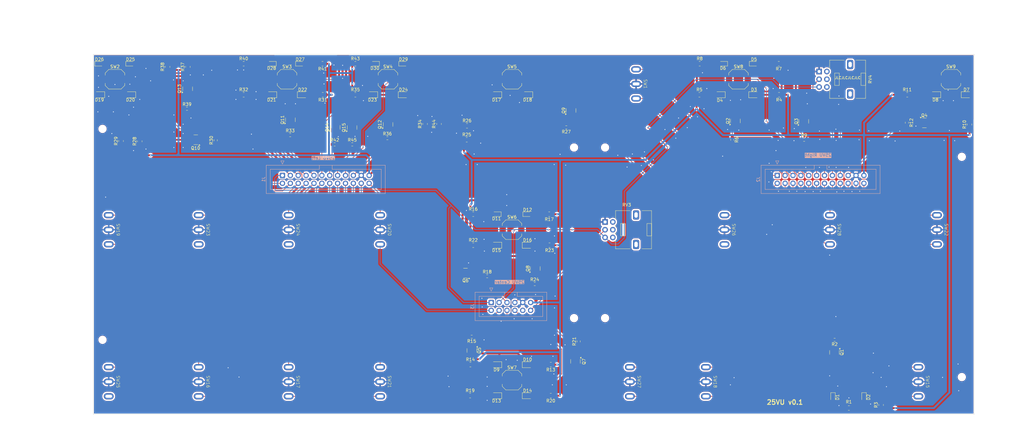
<source format=kicad_pcb>
(kicad_pcb
	(version 20240108)
	(generator "pcbnew")
	(generator_version "8.0")
	(general
		(thickness 1.6)
		(legacy_teardrops no)
	)
	(paper "A3")
	(layers
		(0 "F.Cu" signal)
		(31 "B.Cu" signal)
		(34 "B.Paste" user)
		(35 "F.Paste" user)
		(36 "B.SilkS" user "B.Silkscreen")
		(37 "F.SilkS" user "F.Silkscreen")
		(38 "B.Mask" user)
		(39 "F.Mask" user)
		(44 "Edge.Cuts" user)
		(45 "Margin" user)
		(46 "B.CrtYd" user "B.Courtyard")
		(47 "F.CrtYd" user "F.Courtyard")
		(48 "B.Fab" user)
		(49 "F.Fab" user)
	)
	(setup
		(stackup
			(layer "F.SilkS"
				(type "Top Silk Screen")
				(color "White")
			)
			(layer "F.Paste"
				(type "Top Solder Paste")
			)
			(layer "F.Mask"
				(type "Top Solder Mask")
				(color "Black")
				(thickness 0.01)
			)
			(layer "F.Cu"
				(type "copper")
				(thickness 0.035)
			)
			(layer "dielectric 1"
				(type "core")
				(thickness 1.51)
				(material "FR4")
				(epsilon_r 4.5)
				(loss_tangent 0.02)
			)
			(layer "B.Cu"
				(type "copper")
				(thickness 0.035)
			)
			(layer "B.Mask"
				(type "Bottom Solder Mask")
				(color "Black")
				(thickness 0.01)
			)
			(layer "B.Paste"
				(type "Bottom Solder Paste")
			)
			(layer "B.SilkS"
				(type "Bottom Silk Screen")
				(color "White")
			)
			(copper_finish "None")
			(dielectric_constraints yes)
		)
		(pad_to_mask_clearance 0)
		(allow_soldermask_bridges_in_footprints no)
		(pcbplotparams
			(layerselection 0x00010fc_ffffffff)
			(plot_on_all_layers_selection 0x0000000_00000000)
			(disableapertmacros no)
			(usegerberextensions no)
			(usegerberattributes yes)
			(usegerberadvancedattributes yes)
			(creategerberjobfile yes)
			(dashed_line_dash_ratio 12.000000)
			(dashed_line_gap_ratio 3.000000)
			(svgprecision 4)
			(plotframeref no)
			(viasonmask no)
			(mode 1)
			(useauxorigin no)
			(hpglpennumber 1)
			(hpglpenspeed 20)
			(hpglpendiameter 15.000000)
			(pdf_front_fp_property_popups yes)
			(pdf_back_fp_property_popups yes)
			(dxfpolygonmode yes)
			(dxfimperialunits yes)
			(dxfusepcbnewfont yes)
			(psnegative no)
			(psa4output no)
			(plotreference yes)
			(plotvalue yes)
			(plotfptext yes)
			(plotinvisibletext no)
			(sketchpadsonfab no)
			(subtractmaskfromsilk no)
			(outputformat 1)
			(mirror no)
			(drillshape 0)
			(scaleselection 1)
			(outputdirectory "manufacturing/")
		)
	)
	(net 0 "")
	(net 1 "Net-(D1-A)")
	(net 2 "Net-(D1-K)")
	(net 3 "Net-(D2-A)")
	(net 4 "Net-(D3-A)")
	(net 5 "Net-(D3-K)")
	(net 6 "Net-(D4-A)")
	(net 7 "Net-(D5-A)")
	(net 8 "Net-(D5-K)")
	(net 9 "Net-(D6-A)")
	(net 10 "Net-(D7-K)")
	(net 11 "Net-(D7-A)")
	(net 12 "Net-(D8-A)")
	(net 13 "Net-(D10-K)")
	(net 14 "Net-(D9-A)")
	(net 15 "Net-(D10-A)")
	(net 16 "Net-(D11-K)")
	(net 17 "Net-(D11-A)")
	(net 18 "Net-(D12-A)")
	(net 19 "Net-(D13-K)")
	(net 20 "Net-(D13-A)")
	(net 21 "Net-(D14-A)")
	(net 22 "Net-(D15-K)")
	(net 23 "Net-(D15-A)")
	(net 24 "Net-(D16-A)")
	(net 25 "Net-(D17-K)")
	(net 26 "Net-(D17-A)")
	(net 27 "Net-(D18-A)")
	(net 28 "Net-(D19-K)")
	(net 29 "Net-(D19-A)")
	(net 30 "Net-(D20-A)")
	(net 31 "Net-(D21-K)")
	(net 32 "Net-(D21-A)")
	(net 33 "Net-(D22-A)")
	(net 34 "Net-(D23-K)")
	(net 35 "Net-(D23-A)")
	(net 36 "Net-(D24-A)")
	(net 37 "Net-(D25-K)")
	(net 38 "Net-(D25-A)")
	(net 39 "Net-(D26-A)")
	(net 40 "Net-(D27-A)")
	(net 41 "Net-(D27-K)")
	(net 42 "Net-(D28-A)")
	(net 43 "Net-(D29-K)")
	(net 44 "Net-(D29-A)")
	(net 45 "Net-(D30-A)")
	(net 46 "GND")
	(net 47 "VBUS")
	(net 48 "+3V3")
	(net 49 "/WING AICE Button")
	(net 50 "/ENG 1 AICE Button")
	(net 51 "/ENG 2 AICE Button")
	(net 52 "/Window Heat Button")
	(net 53 "/APU MASTER Button")
	(net 54 "/APU START Button")
	(net 55 "/CAB PRESS MODE SEL Button")
	(net 56 "/Ditching Button")
	(net 57 "/Left LDG LT Retract")
	(net 58 "/Left LDG LT On")
	(net 59 "/Right LDG LT On")
	(net 60 "/Right LDG LT Retract")
	(net 61 "/No PEDs on")
	(net 62 "/Strobe On")
	(net 63 "/Strobe Off")
	(net 64 "/Nav Off")
	(net 65 "/Nav 2")
	(net 66 "/Nose LT TO")
	(net 67 "/Nose LT Off")
	(net 68 "/BEACON")
	(net 69 "/WING LT")
	(net 70 "/RWY TURN OFF")
	(net 71 "/Seatbelts off")
	(net 72 "/Seatbelts on")
	(net 73 "/No PEDs off")
	(net 74 "/ANN LT test")
	(net 75 "/ANN LT off")
	(net 76 "/EMER EXIT LT on")
	(net 77 "/EMER EXIT LT off")
	(net 78 "/Dome LT off")
	(net 79 "/Dome LT BRT")
	(net 80 "/Stdby Compass")
	(net 81 "/INTEG LT")
	(net 82 "/DITCHING ON LT")
	(net 83 "/LDG ELEV")
	(net 84 "/CAB MODE SEL MAN LT")
	(net 85 "/CAB MODE SEL FAULT LT")
	(net 86 "/MAN V{slash}S up")
	(net 87 "/MAN V{slash}S down")
	(net 88 "/WINDOW HEAT ON LT")
	(net 89 "/WING AICE ON LT")
	(net 90 "/WING AICE FAULT LT")
	(net 91 "/ENG 1 AICE ON LT")
	(net 92 "/ENG 1 AICE FAULT LT")
	(net 93 "/ENG 2 AICE FAULT LT")
	(net 94 "/ENG 2 AICE ON LT")
	(net 95 "/APU MASTER ON LT")
	(net 96 "/APU START ON LT")
	(net 97 "/APU AVAIL LT")
	(net 98 "/APU FAULT LT")
	(net 99 "/EMER EXIT OFF LT")
	(net 100 "unconnected-(J3-Pin_10-Pad10)")
	(footprint "Resistor_SMD:R_0805_2012Metric" (layer "F.Cu") (at 160.5 79))
	(footprint "LED_SMD:LED_0603_1608Metric" (layer "F.Cu") (at 324.5 186.5 -90))
	(footprint "Resistor_SMD:R_0603_1608Metric" (layer "F.Cu") (at 232.5 168.5 90))
	(footprint "NiasStuff:SW_Push_1TS009xxxx-xxxx-xxxx_6x6x5mm" (layer "F.Cu") (at 83 84))
	(footprint "LED_SMD:LED_0805_2012Metric" (layer "F.Cu") (at 166 89 180))
	(footprint "NiasStuff:SW_SPDT_YUEN-FUNG_MT-0-102-A101-M200-RS" (layer "F.Cu") (at 110 132.5 -90))
	(footprint "Resistor_SMD:R_0805_2012Metric" (layer "F.Cu") (at 106.5 80 90))
	(footprint "Resistor_SMD:R_0603_1608Metric" (layer "F.Cu") (at 115.5 103.675 90))
	(footprint "Resistor_SMD:R_0805_2012Metric" (layer "F.Cu") (at 223.5 186 180))
	(footprint "NiasStuff:SW_SPDT_YUEN-FUNG_MT-0-102-A101-M200-RS" (layer "F.Cu") (at 251 85.5 -90))
	(footprint "LED_SMD:LED_0805_2012Metric" (layer "F.Cu") (at 216 176))
	(footprint "Resistor_SMD:R_0805_2012Metric" (layer "F.Cu") (at 330 189 90))
	(footprint "LED_SMD:LED_0805_2012Metric" (layer "F.Cu") (at 206 137.5 180))
	(footprint "Package_TO_SOT_SMD:SOT-23" (layer "F.Cu") (at 305.05 97.5625 90))
	(footprint "MountingHole:MountingHole_2.2mm_M2" (layer "F.Cu") (at 79 100))
	(footprint "LED_SMD:LED_0805_2012Metric" (layer "F.Cu") (at 289 89))
	(footprint "Resistor_SMD:R_0805_2012Metric" (layer "F.Cu") (at 297 79 180))
	(footprint "Package_TO_SOT_SMD:SOT-23" (layer "F.Cu") (at 231.45 174.9375 -90))
	(footprint "MountingHole:MountingHole_2.2mm_M2" (layer "F.Cu") (at 231 106))
	(footprint "NiasStuff:SW_SPDT_YUEN-FUNG_MT-0-102-A101-M200-RS" (layer "F.Cu") (at 139 181.5 -90))
	(footprint "NiasStuff:SW_Push_1TS009xxxx-xxxx-xxxx_6x6x5mm" (layer "F.Cu") (at 211 181))
	(footprint "NiasStuff:SW_Push_1TS009xxxx-xxxx-xxxx_6x6x5mm" (layer "F.Cu") (at 171 84))
	(footprint "NiasStuff:SW_SPDT_YUEN-FUNG_MT-0-102-A101-M200-RS" (layer "F.Cu") (at 168.5 132.5 -90))
	(footprint "Resistor_SMD:R_0805_2012Metric" (layer "F.Cu") (at 319.5875 190 180))
	(footprint "NiasStuff:Potentiometer_Alps_RK09L_Double_Vertical" (layer "F.Cu") (at 310 81.5))
	(footprint "NiasStuff:SW_Push_1TS009xxxx-xxxx-xxxx_6x6x5mm" (layer "F.Cu") (at 211 84))
	(footprint "LED_SMD:LED_0805_2012Metric" (layer "F.Cu") (at 143.5 89))
	(footprint "LED_SMD:LED_0603_1608Metric" (layer "F.Cu") (at 142.7125 79))
	(footprint "LED_SMD:LED_0603_1608Metric" (layer "F.Cu") (at 206 127.5 180))
	(footprint "Resistor_SMD:R_0603_1608Metric" (layer "F.Cu") (at 203 147.5))
	(footprint "LED_SMD:LED_0805_2012Metric" (layer "F.Cu") (at 357.5 89))
	(footprint "MountingHole:MountingHole_2.2mm_M2" (layer "F.Cu") (at 356 109))
	(footprint "LED_SMD:LED_0603_1608Metric" (layer "F.Cu") (at 176 79))
	(footprint "Resistor_SMD:R_0805_2012Metric" (layer "F.Cu") (at 358.5 98.5875 90))
	(footprint "LED_SMD:LED_0805_2012Metric" (layer "F.Cu") (at 216 137.5))
	(footprint "NiasStuff:SW_SPDT_YUEN-FUNG_MT-0-102-A101-M200-RS"
		(locked yes)
		(layer "F.Cu")
		(uuid "513ff483-003d-4445-ac89-f4d3dd6fff94")
		(at 81 181.5 -90)
		(property "Reference" "SW25"
			(at 0 -3 -90)
			(unlocked yes)
			(layer "F.SilkS")
			(uuid "ec2ae40f-8e55-4a87-b6bb-8d801816d43f")
			(effects
				(font
					(size 1 1)
					(thickness 0.1)
				)
			)
		)
		(property "Value" "SW_SPST"
			(at 0 8.1 -90)
			(unlocked yes)
			(layer "F.Fab")
			(hide yes)
			(uuid "60026504-a3e4-4b05-9a24-f93dbd8d51a6")
			(effects
				(font
					(size 1 1)
					(thickness 0.15)
				)
			)
		)
		(property "Footprint" "NiasStuff:SW_SPDT_YUEN-FUNG_MT-0-102-A101-M200-RS"
			(at 0.1 -6.5 -90)
			(unlocked yes)
			(layer "F.Fab")
			(hide yes)
			(uuid "825f2b76-51b8-41fd-811f-4da984f9ccc5")
			(effects
				(font
					(size 1 1)
					(thickness 0.15)
				)
			)
		)
		(property "Datasheet" "https://www.lcsc.com/datasheet/lcsc_datasheet_2307200931_YUEN-FUNG-MT-0-102-A101-M200-RS_C1788492.pdf"
			(at 0 0 -90)
			(unlocked yes)
			(layer "F.Fab")
			(hide yes)
			(uuid "9b25c86c-4fb6-4759-bd58-1d58fd4b67e1")
			(effects
				(font
					(size 1 1)
					(thickness 0.15)
				)
			)
		)
		(property "Description" ""
			(at 0 0 -90)
			(unlocked yes)
			(layer "F.Fab")
			(hide yes)
			(uuid "7a944b6e-58d1-4ccb-bf38-48ea9d2a93e8")
			(effects
				(font
					(size 1 1)
					(thickness 0.15)
				)
			)
		)
		(property "JLCPCB Part" "C1788492"
			(at 0 0 -90)
			(unlocked yes)
			(layer "F.Fab")
			(hide yes)
			(uuid "90768103-d9c4-4e2d-afa5-2c944f030b04")
			(effects
				(font
					(size 1 1)
					(thickness 0.15)
				)
			)
		)
		(property "Manufracturer" "YUEN FUNG"
			(at 0 0 -90)
			(unlocked yes)
			(layer "F.Fab")
			(hide yes)
			(uuid "bd25abb4-9182-45df-94b0-5ec6c65081a3")
			(effects
				(font
					(size 1 1)
					(thickness 0.15)
				)
			)
		)
		(property "Manufracturer Part Number" "MT-0-102-A101-M200-RS"
			(at 0 0 -90)
			(unlocked yes)
			(layer "F.Fab")
			(hide yes)
			(uuid "ceab7f91-d8c5-4afa-8082-8a82d012ce89")
			(effects
				(font
					(size 1 1)
					(thickness 0.15)
				)
			)
		)
		(path "/0263dc3b-3ea3-4090-987a-65d4859f6197/bd6b90cf-8fd9-4ec8-88d6-eae4bc24129f")
		(sheetname "Knobs and switches")
		(sheetfile "knobs-switches.kicad_sch")
		(attr through_hole)
		(fp_line
			(start -6.5 4)
			(end -6.5 -4)
			(stroke
				(width 0.05)
				(type default)
			)
			(layer "F.CrtYd")
			(uuid "58322ae0-dda1-4760-a401-1bf766216eab")
		)
		(fp_line
			(start 0 4)
			(end -6.5 4)
			(stroke
				(width 0.05)
				(type default)
			)
			(layer "F.CrtYd")
			(uuid "8c91dfe8-913c-49ee-80c6-648376bcbf00")
		)
		(fp_line
			(start 0 4)
			(end 6.5 4)
			(stroke
				(width 0.05)
				(type default)
			)
			(la
... [1295472 chars truncated]
</source>
